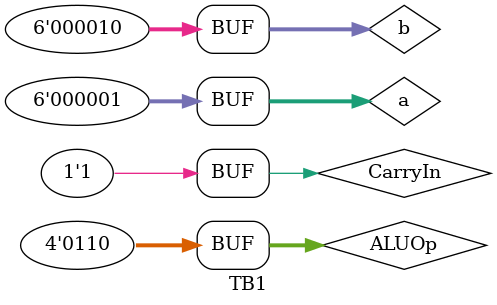
<source format=v>
module TB1
  (
  );
  
  reg [3:0] ALUOp;
  reg [5:0]a,b;
  reg CarryIn; 
  wire [5:0] Result;
  wire CarryOut;
  
  ALU_6_bit alu
  (
  .ALUOp(ALUOp),
  .a(a),
  .b(b),
  .CarryIn(CarryIn),
  .Result(Result),
  .CarryOut(CarryOut)
  );
  
  initial 
  begin
    a <= 6'b1;
    b <= 6'b10;
    CarryIn <= 1'b0;
    ALUOp = 4'b0; //and
  end

  always
  begin 
    #50 ALUOp = 4'b1; //or
    #50 ALUOp = 4'b1100; //nor 
    #50 ALUOp = 4'b10; //add
    #50 CarryIn = 1'b1;
    #50 ALUOp = 4'b110; //subtract 
    
  end
  
endmodule

</source>
